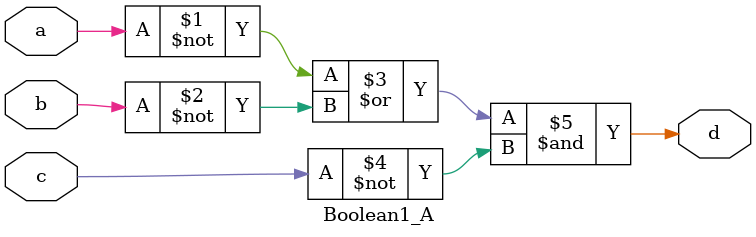
<source format=v>
`timescale 1ns / 1ps

module Boolean1_A(
    input a,
    input b,
    input c,
    output d
    );

assign d=((~a)|(~b))&(~c);

endmodule
</source>
